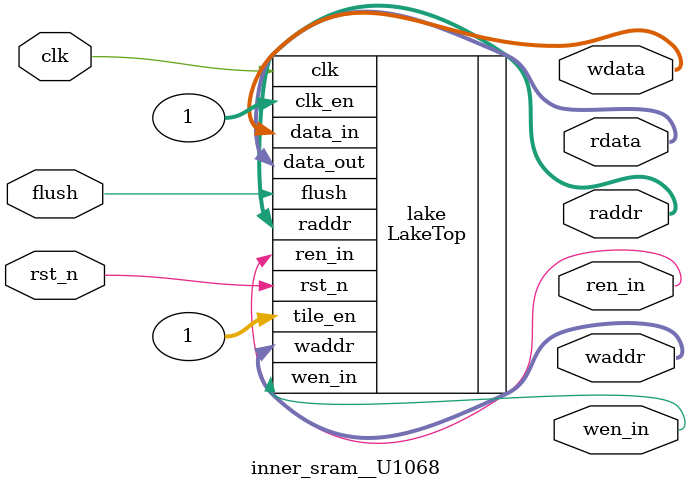
<source format=sv>
module inner_sram__U424(input logic clk, input logic flush, input logic rst_n, output logic [15:0] rdata, output logic [15:0] wdata, output logic [15:0] raddr, output logic [15:0] waddr, output logic ren_in, output logic wen_in);

  LakeTop lake(.clk(clk), .flush(flush), .rst_n(rst_n), .data_out(rdata), .data_in(wdata), .raddr(raddr), .waddr(waddr), .ren_in(ren_in), .wen_in(wen_in), .clk_en(1), .tile_en(1));

endmodule
module inner_sram__U463(input logic clk, input logic flush, input logic rst_n, output logic [15:0] rdata, output logic [15:0] wdata, output logic [15:0] raddr, output logic [15:0] waddr, output logic ren_in, output logic wen_in);

  LakeTop lake(.clk(clk), .flush(flush), .rst_n(rst_n), .data_out(rdata), .data_in(wdata), .raddr(raddr), .waddr(waddr), .ren_in(ren_in), .wen_in(wen_in), .clk_en(1), .tile_en(1));

endmodule
module inner_sram__U508(input logic clk, input logic flush, input logic rst_n, output logic [15:0] rdata, output logic [15:0] wdata, output logic [15:0] raddr, output logic [15:0] waddr, output logic ren_in, output logic wen_in);

  LakeTop lake(.clk(clk), .flush(flush), .rst_n(rst_n), .data_out(rdata), .data_in(wdata), .raddr(raddr), .waddr(waddr), .ren_in(ren_in), .wen_in(wen_in), .clk_en(1), .tile_en(1));

endmodule
module inner_sram__U547(input logic clk, input logic flush, input logic rst_n, output logic [15:0] rdata, output logic [15:0] wdata, output logic [15:0] raddr, output logic [15:0] waddr, output logic ren_in, output logic wen_in);

  LakeTop lake(.clk(clk), .flush(flush), .rst_n(rst_n), .data_out(rdata), .data_in(wdata), .raddr(raddr), .waddr(waddr), .ren_in(ren_in), .wen_in(wen_in), .clk_en(1), .tile_en(1));

endmodule
module inner_sram__U580(input logic clk, input logic flush, input logic rst_n, output logic [15:0] rdata, output logic [15:0] wdata, output logic [15:0] raddr, output logic [15:0] waddr, output logic ren_in, output logic wen_in);

  LakeTop lake(.clk(clk), .flush(flush), .rst_n(rst_n), .data_out(rdata), .data_in(wdata), .raddr(raddr), .waddr(waddr), .ren_in(ren_in), .wen_in(wen_in), .clk_en(1), .tile_en(1));

endmodule
module inner_sram__U618(input logic clk, input logic flush, input logic rst_n, output logic [15:0] rdata, output logic [15:0] wdata, output logic [15:0] raddr, output logic [15:0] waddr, output logic ren_in, output logic wen_in);

  LakeTop lake(.clk(clk), .flush(flush), .rst_n(rst_n), .data_out(rdata), .data_in(wdata), .raddr(raddr), .waddr(waddr), .ren_in(ren_in), .wen_in(wen_in), .clk_en(1), .tile_en(1));

endmodule
module inner_sram__U682(input logic clk, input logic flush, input logic rst_n, output logic [15:0] rdata, output logic [15:0] wdata, output logic [15:0] raddr, output logic [15:0] waddr, output logic ren_in, output logic wen_in);

  LakeTop lake(.clk(clk), .flush(flush), .rst_n(rst_n), .data_out(rdata), .data_in(wdata), .raddr(raddr), .waddr(waddr), .ren_in(ren_in), .wen_in(wen_in), .clk_en(1), .tile_en(1));

endmodule
module inner_sram__U721(input logic clk, input logic flush, input logic rst_n, output logic [15:0] rdata, output logic [15:0] wdata, output logic [15:0] raddr, output logic [15:0] waddr, output logic ren_in, output logic wen_in);

  LakeTop lake(.clk(clk), .flush(flush), .rst_n(rst_n), .data_out(rdata), .data_in(wdata), .raddr(raddr), .waddr(waddr), .ren_in(ren_in), .wen_in(wen_in), .clk_en(1), .tile_en(1));

endmodule
module inner_sram__U775(input logic clk, input logic flush, input logic rst_n, output logic [15:0] rdata, output logic [15:0] wdata, output logic [15:0] raddr, output logic [15:0] waddr, output logic ren_in, output logic wen_in);

  LakeTop lake(.clk(clk), .flush(flush), .rst_n(rst_n), .data_out(rdata), .data_in(wdata), .raddr(raddr), .waddr(waddr), .ren_in(ren_in), .wen_in(wen_in), .clk_en(1), .tile_en(1));

endmodule
module inner_sram__U814(input logic clk, input logic flush, input logic rst_n, output logic [15:0] rdata, output logic [15:0] wdata, output logic [15:0] raddr, output logic [15:0] waddr, output logic ren_in, output logic wen_in);

  LakeTop lake(.clk(clk), .flush(flush), .rst_n(rst_n), .data_out(rdata), .data_in(wdata), .raddr(raddr), .waddr(waddr), .ren_in(ren_in), .wen_in(wen_in), .clk_en(1), .tile_en(1));

endmodule
module inner_sram__U868(input logic clk, input logic flush, input logic rst_n, output logic [15:0] rdata, output logic [15:0] wdata, output logic [15:0] raddr, output logic [15:0] waddr, output logic ren_in, output logic wen_in);

  LakeTop lake(.clk(clk), .flush(flush), .rst_n(rst_n), .data_out(rdata), .data_in(wdata), .raddr(raddr), .waddr(waddr), .ren_in(ren_in), .wen_in(wen_in), .clk_en(1), .tile_en(1));

endmodule
module inner_sram__U907(input logic clk, input logic flush, input logic rst_n, output logic [15:0] rdata, output logic [15:0] wdata, output logic [15:0] raddr, output logic [15:0] waddr, output logic ren_in, output logic wen_in);

  LakeTop lake(.clk(clk), .flush(flush), .rst_n(rst_n), .data_out(rdata), .data_in(wdata), .raddr(raddr), .waddr(waddr), .ren_in(ren_in), .wen_in(wen_in), .clk_en(1), .tile_en(1));

endmodule
module inner_sram__U955(input logic clk, input logic flush, input logic rst_n, output logic [15:0] rdata, output logic [15:0] wdata, output logic [15:0] raddr, output logic [15:0] waddr, output logic ren_in, output logic wen_in);

  LakeTop lake(.clk(clk), .flush(flush), .rst_n(rst_n), .data_out(rdata), .data_in(wdata), .raddr(raddr), .waddr(waddr), .ren_in(ren_in), .wen_in(wen_in), .clk_en(1), .tile_en(1));

endmodule
module inner_sram__U994(input logic clk, input logic flush, input logic rst_n, output logic [15:0] rdata, output logic [15:0] wdata, output logic [15:0] raddr, output logic [15:0] waddr, output logic ren_in, output logic wen_in);

  LakeTop lake(.clk(clk), .flush(flush), .rst_n(rst_n), .data_out(rdata), .data_in(wdata), .raddr(raddr), .waddr(waddr), .ren_in(ren_in), .wen_in(wen_in), .clk_en(1), .tile_en(1));

endmodule
module inner_sram__U1031(input logic clk, input logic flush, input logic rst_n, output logic [15:0] rdata, output logic [15:0] wdata, output logic [15:0] raddr, output logic [15:0] waddr, output logic ren_in, output logic wen_in);

  LakeTop lake(.clk(clk), .flush(flush), .rst_n(rst_n), .data_out(rdata), .data_in(wdata), .raddr(raddr), .waddr(waddr), .ren_in(ren_in), .wen_in(wen_in), .clk_en(1), .tile_en(1));

endmodule
module inner_sram__U1068(input logic clk, input logic flush, input logic rst_n, output logic [15:0] rdata, output logic [15:0] wdata, output logic [15:0] raddr, output logic [15:0] waddr, output logic ren_in, output logic wen_in);

  LakeTop lake(.clk(clk), .flush(flush), .rst_n(rst_n), .data_out(rdata), .data_in(wdata), .raddr(raddr), .waddr(waddr), .ren_in(ren_in), .wen_in(wen_in), .clk_en(1), .tile_en(1));

endmodule

</source>
